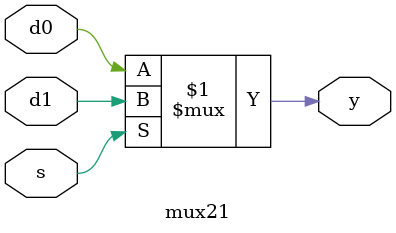
<source format=sv>
`timescale 1ns / 1ps


module mux21(
    input logic s,
    input logic d0,
    input logic d1,
    output logic  y
    );
    assign y=s?d1:d0;
endmodule

</source>
